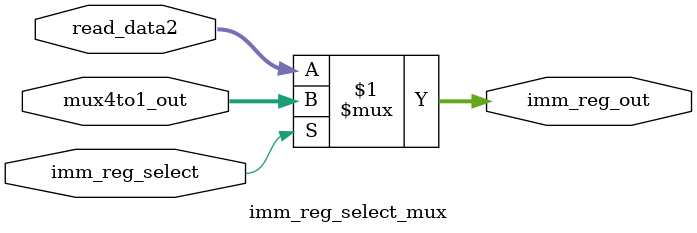
<source format=v>
module imm_reg_select_mux(imm_reg_out, mux4to1_out, read_data2, imm_reg_select);

    parameter DataSize = 32;

    output [DataSize-1:0]imm_reg_out;

    input [DataSize-1:0]mux4to1_out;
    input [DataSize-1:0]read_data2;
    input imm_reg_select;
  
    assign imm_reg_out = (imm_reg_select) ? mux4to1_out : read_data2;

endmodule

</source>
